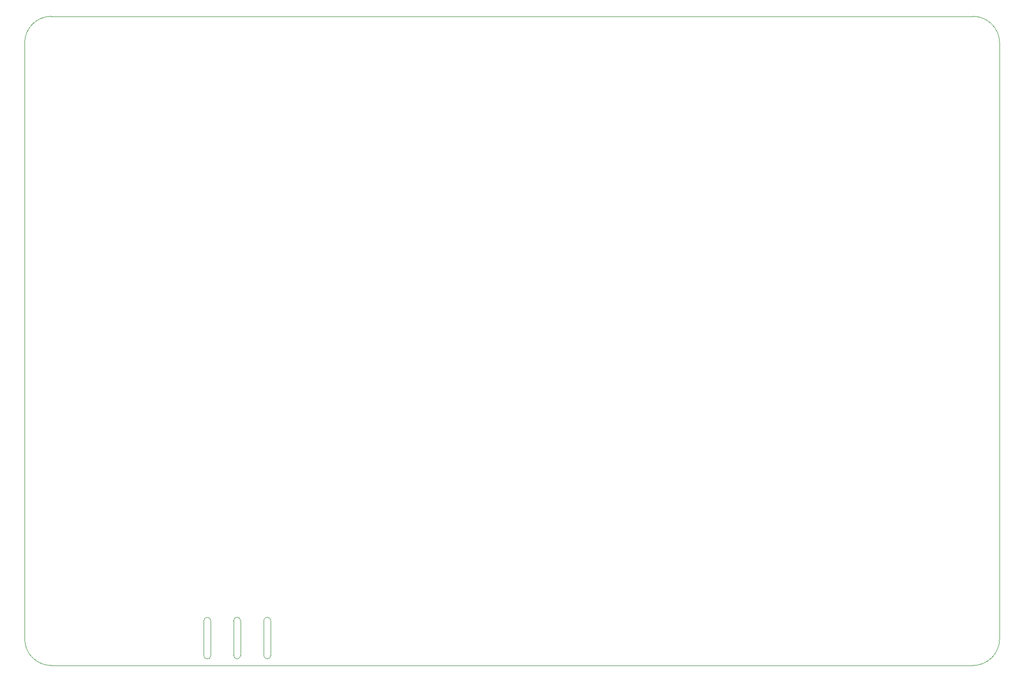
<source format=gm1>
%TF.GenerationSoftware,KiCad,Pcbnew,6.0.7-f9a2dced07~116~ubuntu20.04.1*%
%TF.CreationDate,2022-10-02T03:02:38-04:00*%
%TF.ProjectId,SSTC_PFC_Power_Supply,53535443-5f50-4464-935f-506f7765725f,rev?*%
%TF.SameCoordinates,Original*%
%TF.FileFunction,Profile,NP*%
%FSLAX46Y46*%
G04 Gerber Fmt 4.6, Leading zero omitted, Abs format (unit mm)*
G04 Created by KiCad (PCBNEW 6.0.7-f9a2dced07~116~ubuntu20.04.1) date 2022-10-02 03:02:38*
%MOMM*%
%LPD*%
G01*
G04 APERTURE LIST*
%TA.AperFunction,Profile*%
%ADD10C,0.100000*%
%TD*%
%TA.AperFunction,Profile*%
%ADD11C,0.050000*%
%TD*%
G04 APERTURE END LIST*
D10*
X50000000Y-130500000D02*
G75*
G03*
X54500000Y-135000000I4500000J0D01*
G01*
D11*
X86550000Y-127425000D02*
X86550000Y-133275000D01*
D10*
X54500000Y-25000000D02*
X210500000Y-25000000D01*
D11*
X80300000Y-133300000D02*
G75*
G03*
X81500000Y-133300000I600000J0D01*
G01*
X81500000Y-127450000D02*
X81500000Y-133300000D01*
D10*
X215000000Y-29500000D02*
X215000000Y-130500000D01*
D11*
X81500000Y-127450000D02*
G75*
G03*
X80300000Y-127450000I-600000J0D01*
G01*
D10*
X54500000Y-25000000D02*
G75*
G03*
X50000000Y-29500000I0J-4500000D01*
G01*
D11*
X85350000Y-127425000D02*
X85350000Y-133275000D01*
X86550000Y-127425000D02*
G75*
G03*
X85350000Y-127425000I-600000J0D01*
G01*
D10*
X210500000Y-135000000D02*
X54500000Y-135000000D01*
D11*
X90450000Y-127425000D02*
X90450000Y-133275000D01*
X90450000Y-133275000D02*
G75*
G03*
X91650000Y-133275000I600000J0D01*
G01*
D10*
X50000000Y-29500000D02*
X50000000Y-130500000D01*
D11*
X91650000Y-127425000D02*
X91650000Y-133275000D01*
D10*
X210500000Y-135000000D02*
G75*
G03*
X215000000Y-130500000I0J4500000D01*
G01*
D11*
X85350000Y-133275000D02*
G75*
G03*
X86550000Y-133275000I600000J0D01*
G01*
X91650000Y-127425000D02*
G75*
G03*
X90450000Y-127425000I-600000J0D01*
G01*
D10*
X215000000Y-29500000D02*
G75*
G03*
X210500000Y-25000000I-4500000J0D01*
G01*
D11*
X80300000Y-127450000D02*
X80300000Y-133300000D01*
M02*

</source>
